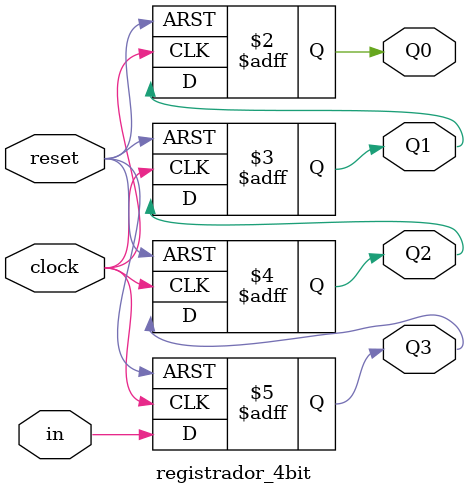
<source format=v>
module registrador_4bit(Q0,Q1,Q2,Q3,in,reset,clock);

	input in,reset,clock;
	
	output reg Q0,Q1,Q2,Q3;
	
	always@(posedge clock or posedge reset)
		begin
			if(reset)
			begin
				Q3 = 1'b0;
				Q2 = 1'b0;
				Q1 = 1'b0;
				Q0 = 1'b0;
			end
			
			else
			begin
				Q3 <= in;
				Q2 <= Q3;
				Q1 <= Q2;
				Q0 <= Q1;
			end
		end
endmodule

</source>
